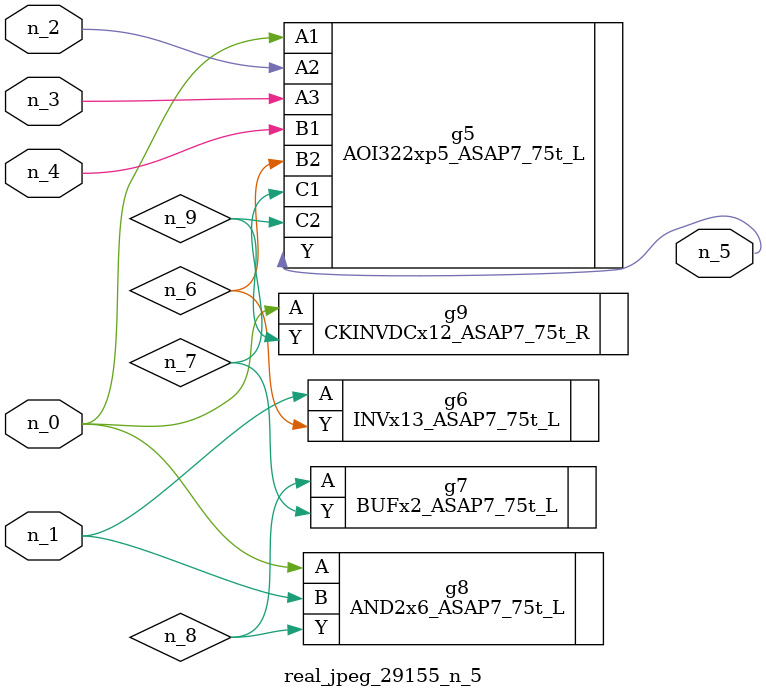
<source format=v>
module real_jpeg_29155_n_5 (n_4, n_0, n_1, n_2, n_3, n_5);

input n_4;
input n_0;
input n_1;
input n_2;
input n_3;

output n_5;

wire n_8;
wire n_6;
wire n_7;
wire n_9;

AOI322xp5_ASAP7_75t_L g5 ( 
.A1(n_0),
.A2(n_2),
.A3(n_3),
.B1(n_4),
.B2(n_6),
.C1(n_7),
.C2(n_9),
.Y(n_5)
);

AND2x6_ASAP7_75t_L g8 ( 
.A(n_0),
.B(n_1),
.Y(n_8)
);

CKINVDCx12_ASAP7_75t_R g9 ( 
.A(n_0),
.Y(n_9)
);

INVx13_ASAP7_75t_L g6 ( 
.A(n_1),
.Y(n_6)
);

BUFx2_ASAP7_75t_L g7 ( 
.A(n_8),
.Y(n_7)
);


endmodule
</source>
